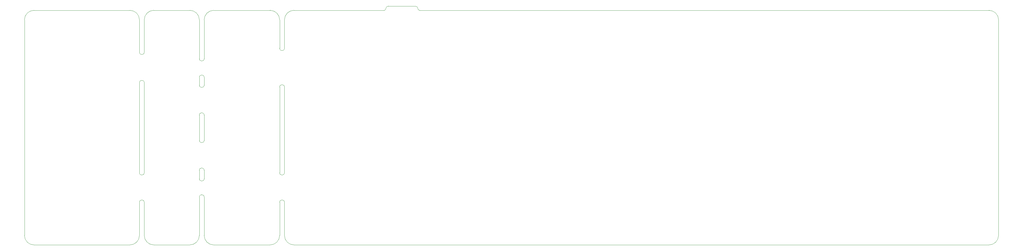
<source format=gm1>
G04 #@! TF.GenerationSoftware,KiCad,Pcbnew,(5.1.2-1)-1*
G04 #@! TF.CreationDate,2020-06-30T21:23:12-05:00*
G04 #@! TF.ProjectId,therick48.16SP,74686572-6963-46b3-9438-2e313653502e,rev?*
G04 #@! TF.SameCoordinates,Original*
G04 #@! TF.FileFunction,Profile,NP*
%FSLAX46Y46*%
G04 Gerber Fmt 4.6, Leading zero omitted, Abs format (unit mm)*
G04 Created by KiCad (PCBNEW (5.1.2-1)-1) date 2020-06-30 21:23:12*
%MOMM*%
%LPD*%
G04 APERTURE LIST*
%ADD10C,0.050000*%
G04 APERTURE END LIST*
D10*
X109059713Y-67437000D02*
X109059713Y-64979829D01*
X110579709Y-64979829D02*
X110579709Y-67437000D01*
X109059713Y-84963000D02*
X109059713Y-76962000D01*
X110579709Y-76962000D02*
X110579709Y-84963000D01*
X109059713Y-97149995D02*
X109059713Y-94488000D01*
X110579709Y-97149995D02*
X110579709Y-94488000D01*
X109059713Y-94488000D02*
G75*
G02X110579709Y-94488000I759998J0D01*
G01*
X110579709Y-84963000D02*
G75*
G02X109059713Y-84963000I-759998J0D01*
G01*
X109059713Y-76962000D02*
G75*
G02X110579709Y-76962000I759998J0D01*
G01*
X110579709Y-67437000D02*
G75*
G02X109059713Y-67437000I-759998J0D01*
G01*
X109059713Y-64979829D02*
G75*
G02X110579709Y-64979829I759998J0D01*
G01*
X110579709Y-97149995D02*
G75*
G02X109059713Y-97149995I-759998J0D01*
G01*
X113619701Y-43699885D02*
X131479646Y-43699877D01*
X106019705Y-43699885D02*
X94619759Y-43699877D01*
X106019721Y-118179689D02*
X94619759Y-118179689D01*
X113619717Y-118179689D02*
G75*
G02X110579717Y-115139689I0J3040000D01*
G01*
X109059721Y-115139689D02*
G75*
G02X106019721Y-118179689I-3040000J0D01*
G01*
X109059713Y-102979729D02*
G75*
G02X110579709Y-102979729I759998J0D01*
G01*
X109059721Y-115139689D02*
X109059713Y-102979729D01*
X110579717Y-115139689D02*
X110579709Y-102979729D01*
X109059705Y-46739885D02*
X109059705Y-59049995D01*
X106019705Y-43699885D02*
G75*
G02X109059705Y-46739885I0J-3040000D01*
G01*
X110579701Y-46739885D02*
X110579701Y-59049995D01*
X110579701Y-59049995D02*
G75*
G02X109059705Y-59049995I-759998J0D01*
G01*
X110579701Y-46739885D02*
G75*
G02X113619701Y-43699885I3040000J0D01*
G01*
X90059763Y-46739877D02*
X90059763Y-56999850D01*
X91579759Y-46739877D02*
X91579759Y-56999850D01*
X91579759Y-46739877D02*
G75*
G02X94619759Y-43699877I3040000J0D01*
G01*
X87019763Y-43699877D02*
G75*
G02X90059763Y-46739877I0J-3040000D01*
G01*
X134519646Y-68072000D02*
X134519646Y-95250000D01*
X136039642Y-68072000D02*
X136039642Y-95250000D01*
X136039642Y-95250000D02*
G75*
G02X134519646Y-95250000I-759998J0D01*
G01*
X134519646Y-68072000D02*
G75*
G02X136039642Y-68072000I759998J0D01*
G01*
X90047004Y-95250000D02*
X90059763Y-66675000D01*
X91579759Y-66675000D02*
X91567000Y-95250000D01*
X136039642Y-55753000D02*
G75*
G02X134519646Y-55753000I-759998J0D01*
G01*
X134519646Y-104648000D02*
G75*
G02X136039642Y-104648000I759998J0D01*
G01*
X90059763Y-104648000D02*
X90059763Y-115139697D01*
X91579759Y-104648000D02*
X91579759Y-115139689D01*
X90059763Y-104648000D02*
G75*
G02X91579759Y-104648000I759998J0D01*
G01*
X91567000Y-95250000D02*
G75*
G02X90047004Y-95250000I-759998J0D01*
G01*
X90059763Y-66675000D02*
G75*
G02X91579759Y-66675000I759998J0D01*
G01*
X91579759Y-56999850D02*
G75*
G02X90059763Y-56999850I-759998J0D01*
G01*
X56619990Y-43700002D02*
X87019763Y-43699877D01*
X87019763Y-118179697D02*
X56619990Y-118180002D01*
X90059763Y-115139697D02*
G75*
G02X87019763Y-118179697I-3040000J0D01*
G01*
X94619759Y-118179689D02*
G75*
G02X91579759Y-115139689I0J3040000D01*
G01*
X131479654Y-118179689D02*
X113619717Y-118179689D01*
X134519646Y-115139697D02*
X134519646Y-104648000D01*
X53579990Y-46740002D02*
X53579990Y-115140002D01*
X136039999Y-46738752D02*
X136039642Y-55753000D01*
X134519646Y-55753000D02*
X134519646Y-46739877D01*
X136039999Y-115140002D02*
X136039642Y-104648000D01*
X168200019Y-43146302D02*
X168200043Y-43181818D01*
X178357479Y-43181818D02*
X178357479Y-43146302D01*
X168200043Y-43181818D02*
G75*
G02X167681859Y-43700002I-518184J0D01*
G01*
X178875663Y-43700002D02*
G75*
G02X178357479Y-43181818I0J518184D01*
G01*
X168977259Y-42369062D02*
X177580239Y-42369062D01*
X168200019Y-43146302D02*
G75*
G02X168977259Y-42369062I777240J0D01*
G01*
X177580239Y-42369062D02*
G75*
G02X178357479Y-43146302I0J-777240D01*
G01*
X53579990Y-46740002D02*
G75*
G02X56619990Y-43700002I3040000J0D01*
G01*
X56619990Y-118180002D02*
G75*
G02X53579990Y-115140002I0J3040000D01*
G01*
X362519999Y-115140002D02*
G75*
G02X359479999Y-118180002I-3040000J0D01*
G01*
X359479999Y-43700002D02*
G75*
G02X362519999Y-46740002I0J-3040000D01*
G01*
X139079999Y-118180002D02*
G75*
G02X136039999Y-115140002I0J3040000D01*
G01*
X136039999Y-46738752D02*
G75*
G02X139079999Y-43698752I3040000J0D01*
G01*
X131479646Y-43699877D02*
G75*
G02X134519646Y-46739877I0J-3040000D01*
G01*
X134519646Y-115139697D02*
G75*
G02X131479646Y-118179697I-3040000J0D01*
G01*
X167681859Y-43700002D02*
X139079999Y-43698752D01*
X139079999Y-118180002D02*
X359479999Y-118180002D01*
X359479999Y-43701252D02*
X178875663Y-43700002D01*
X362519999Y-115140002D02*
X362519999Y-46740002D01*
M02*

</source>
